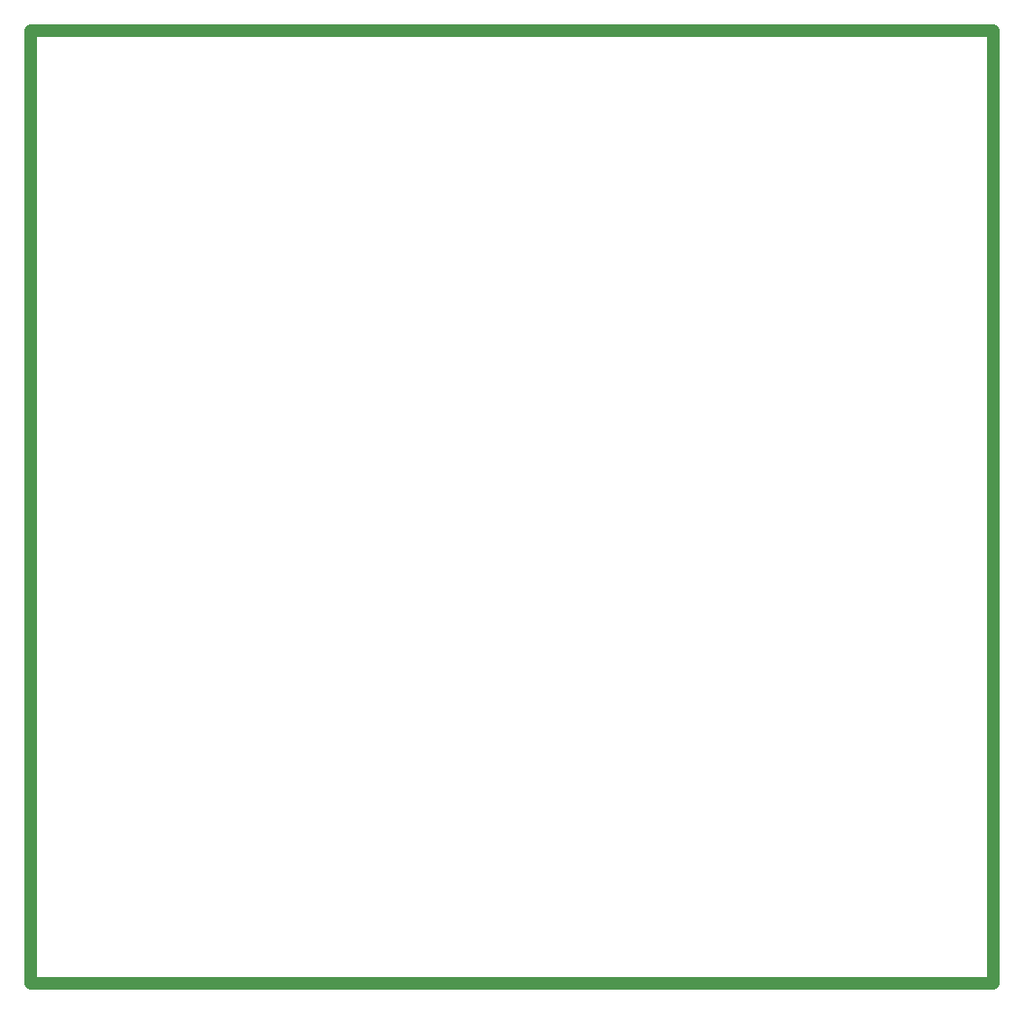
<source format=gm1>
G04*
G04 #@! TF.GenerationSoftware,Altium Limited,Altium Designer,22.10.1 (41)*
G04*
G04 Layer_Color=16711935*
%FSLAX24Y24*%
%MOIN*%
G70*
G04*
G04 #@! TF.SameCoordinates,F22EFE63-58D3-4984-8651-CE55CF2E9756*
G04*
G04*
G04 #@! TF.FilePolarity,Positive*
G04*
G01*
G75*
%ADD76C,0.0472*%
D76*
X18386Y13238D02*
Y48474D01*
X53937D01*
Y13238D02*
Y48474D01*
X18386Y13238D02*
X53937D01*
M02*

</source>
